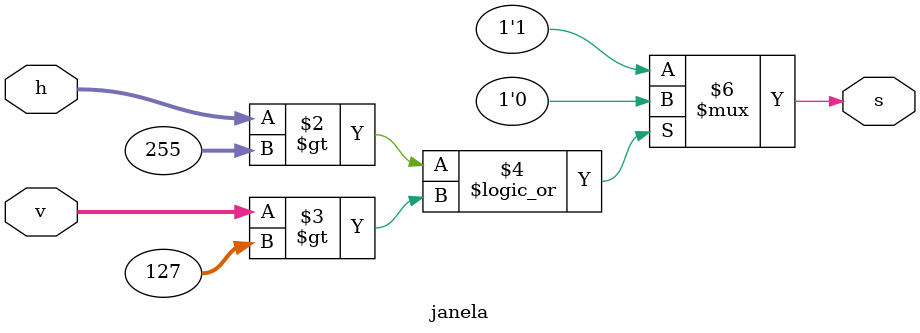
<source format=v>
module janela(h, v, s);
	input [9:0] v, h;
	output reg s;
	
	always @(h or v)
		begin	
			if(h > 'd255 || v > 'd127)
				s = 1'b0;
			else
				s = 1'b1;
		end
		
endmodule

</source>
